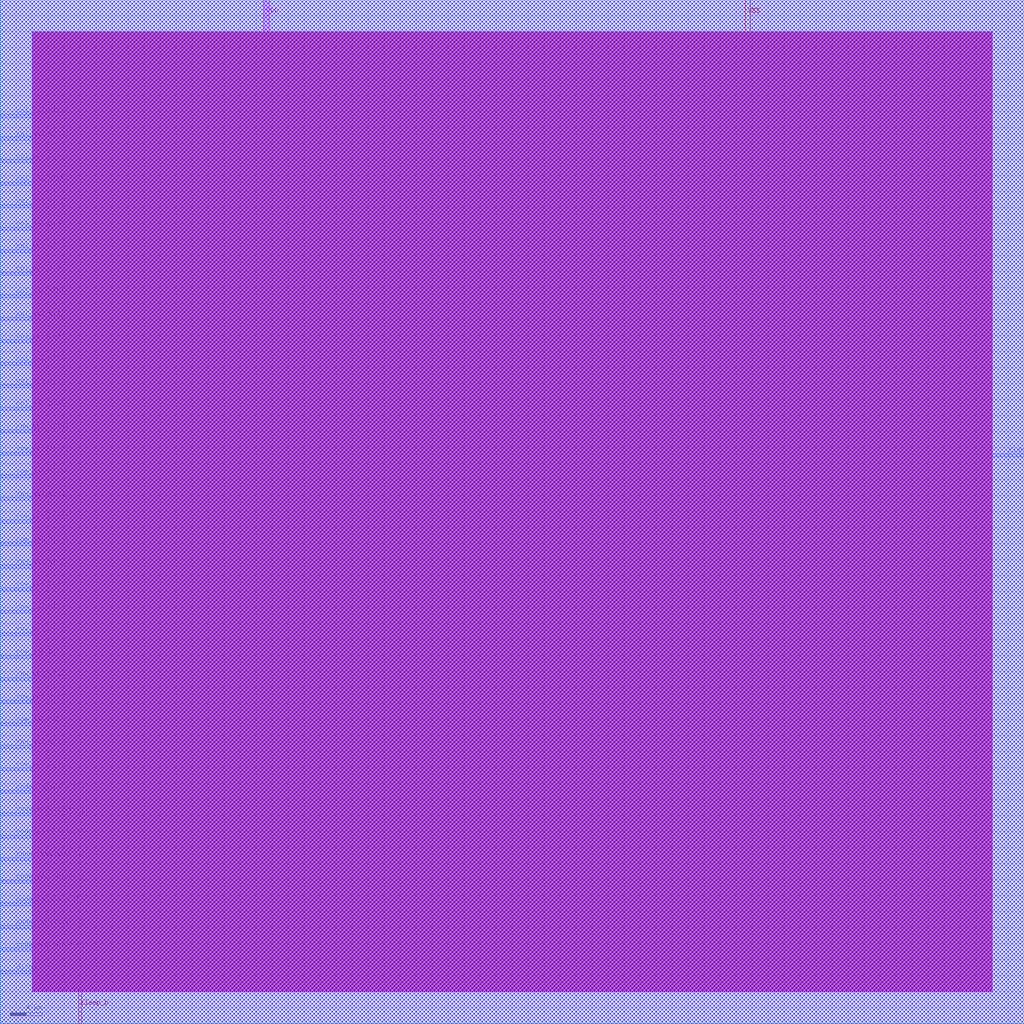
<source format=lef>
VERSION 5.6 ;
BUSBITCHARS "[]" ;
DIVIDERCHAR "/" ;

MACRO ExampleDCO
  CLASS BLOCK ;
  ORIGIN 0 0 ;
  FOREIGN ExampleDCO 0 0 ;
  SIZE 128.0 BY 128.0 ;
  SYMMETRY X Y ;
  PIN VDD
    DIRECTION INOUT ;
    USE POWER ;
    PORT
      LAYER M7 ;
        RECT 32.96 124.0 33.6 128.0 ; 
    END
  END VDD
  PIN VSS
    DIRECTION INOUT ;
    USE GROUND ;
    PORT
      LAYER M5 ;
        RECT 93.12 124.0 93.76 128.0 ; 
    END
  END VSS
  PIN col_sel_b[13]
    DIRECTION INPUT ;
    USE SIGNAL ;
    PORT
      LAYER M4 ;
        RECT 0.0 113.28 4.0 113.664 ; 
    END
  END col_sel_b[13]
  PIN col_sel_b[11]
    DIRECTION INPUT ;
    USE SIGNAL ;
    PORT
      LAYER M4 ;
        RECT 0.0 107.648 4.0 108.032 ; 
    END
  END col_sel_b[11]
  PIN col_sel_b[5]
    DIRECTION INPUT ;
    USE SIGNAL ;
    PORT
      LAYER M4 ;
        RECT 0.0 90.752 4.0 91.136 ; 
    END
  END col_sel_b[5]
  PIN col_sel_b[12]
    DIRECTION INPUT ;
    USE SIGNAL ;
    PORT
      LAYER M4 ;
        RECT 0.0 110.464 4.0 110.848 ; 
    END
  END col_sel_b[12]
  PIN col_sel_b[10]
    DIRECTION INPUT ;
    USE SIGNAL ;
    PORT
      LAYER M4 ;
        RECT 0.0 104.832 4.0 105.216 ; 
    END
  END col_sel_b[10]
  PIN col_sel_b[9]
    DIRECTION INPUT ;
    USE SIGNAL ;
    PORT
      LAYER M4 ;
        RECT 0.0 102.016 4.0 102.4 ; 
    END
  END col_sel_b[9]
  PIN col_sel_b[8]
    DIRECTION INPUT ;
    USE SIGNAL ;
    PORT
      LAYER M4 ;
        RECT 0.0 99.2 4.0 99.584 ; 
    END
  END col_sel_b[8]
  PIN col_sel_b[7]
    DIRECTION INPUT ;
    USE SIGNAL ;
    PORT
      LAYER M4 ;
        RECT 0.0 96.384 4.0 96.768 ; 
    END
  END col_sel_b[7]
  PIN col_sel_b[6]
    DIRECTION INPUT ;
    USE SIGNAL ;
    PORT
      LAYER M4 ;
        RECT 0.0 93.568 4.0 93.952 ; 
    END
  END col_sel_b[6]
  PIN col_sel_b[4]
    DIRECTION INPUT ;
    USE SIGNAL ;
    PORT
      LAYER M4 ;
        RECT 0.0 87.936 4.0 88.32 ; 
    END
  END col_sel_b[4]
  PIN col_sel_b[3]
    DIRECTION INPUT ;
    USE SIGNAL ;
    PORT
      LAYER M4 ;
        RECT 0.0 85.12 4.0 85.504 ; 
    END
  END col_sel_b[3]
  PIN col_sel_b[2]
    DIRECTION INPUT ;
    USE SIGNAL ;
    PORT
      LAYER M4 ;
        RECT 0.0 82.304 4.0 82.688 ; 
    END
  END col_sel_b[2]
  PIN col_sel_b[1]
    DIRECTION INPUT ;
    USE SIGNAL ;
    PORT
      LAYER M4 ;
        RECT 0.0 79.488 4.0 79.872 ; 
    END
  END col_sel_b[1]
  PIN col_sel_b[0]
    DIRECTION INPUT ;
    USE SIGNAL ;
    PORT
      LAYER M4 ;
        RECT 0.0 76.672 4.0 77.056 ; 
    END
  END col_sel_b[0]
  PIN row_sel_b[14]
    DIRECTION INPUT ;
    USE SIGNAL ;
    PORT
      LAYER M4 ;
        RECT 0.0 71.04 4.0 71.424 ; 
    END
  END row_sel_b[14]
  PIN row_sel_b[13]
    DIRECTION INPUT ;
    USE SIGNAL ;
    PORT
      LAYER M4 ;
        RECT 0.0 68.224 4.0 68.608 ; 
    END
  END row_sel_b[13]
  PIN row_sel_b[12]
    DIRECTION INPUT ;
    USE SIGNAL ;
    PORT
      LAYER M4 ;
        RECT 0.0 65.408 4.0 65.792 ; 
    END
  END row_sel_b[12]
  PIN row_sel_b[11]
    DIRECTION INPUT ;
    USE SIGNAL ;
    PORT
      LAYER M4 ;
        RECT 0.0 62.592 4.0 62.976 ; 
    END
  END row_sel_b[11]
  PIN row_sel_b[10]
    DIRECTION INPUT ;
    USE SIGNAL ;
    PORT
      LAYER M4 ;
        RECT 0.0 59.776 4.0 60.16 ; 
    END
  END row_sel_b[10]
  PIN row_sel_b[9]
    DIRECTION INPUT ;
    USE SIGNAL ;
    PORT
      LAYER M4 ;
        RECT 0.0 56.96 4.0 57.344 ; 
    END
  END row_sel_b[9]
  PIN row_sel_b[8]
    DIRECTION INPUT ;
    USE SIGNAL ;
    PORT
      LAYER M4 ;
        RECT 0.0 54.144 4.0 54.528 ; 
    END
  END row_sel_b[8]
  PIN row_sel_b[7]
    DIRECTION INPUT ;
    USE SIGNAL ;
    PORT
      LAYER M4 ;
        RECT 0.0 51.328 4.0 51.712 ; 
    END
  END row_sel_b[7]
  PIN row_sel_b[6]
    DIRECTION INPUT ;
    USE SIGNAL ;
    PORT
      LAYER M4 ;
        RECT 0.0 48.512 4.0 48.896 ; 
    END
  END row_sel_b[6]
  PIN row_sel_b[5]
    DIRECTION INPUT ;
    USE SIGNAL ;
    PORT
      LAYER M4 ;
        RECT 0.0 45.696 4.0 46.08 ; 
    END
  END row_sel_b[5]
  PIN row_sel_b[4]
    DIRECTION INPUT ;
    USE SIGNAL ;
    PORT
      LAYER M4 ;
        RECT 0.0 42.88 4.0 43.264 ; 
    END
  END row_sel_b[4]
  PIN row_sel_b[3]
    DIRECTION INPUT ;
    USE SIGNAL ;
    PORT
      LAYER M4 ;
        RECT 0.0 40.064 4.0 40.448 ; 
    END
  END row_sel_b[3]
  PIN row_sel_b[2]
    DIRECTION INPUT ;
    USE SIGNAL ;
    PORT
      LAYER M4 ;
        RECT 0.0 37.248 4.0 37.632 ; 
    END
  END row_sel_b[2]
  PIN row_sel_b[1]
    DIRECTION INPUT ;
    USE SIGNAL ;
    PORT
      LAYER M4 ;
        RECT 0.0 34.432 4.0 34.816 ; 
    END
  END row_sel_b[1]
  PIN row_sel_b[0]
    DIRECTION INPUT ;
    USE SIGNAL ;
    PORT
      LAYER M4 ;
        RECT 0.0 31.616 4.0 32.0 ; 
    END
  END row_sel_b[0]
  PIN code_regulator[7]
    DIRECTION INPUT ;
    USE SIGNAL ;
    PORT
      LAYER M4 ;
        RECT 0.0 28.8 4.0 29.184 ; 
    END
  END code_regulator[7]
  PIN code_regulator[6]
    DIRECTION INPUT ;
    USE SIGNAL ;
    PORT
      LAYER M4 ;
        RECT 0.0 25.984 4.0 26.368 ; 
    END
  END code_regulator[6]
  PIN code_regulator[5]
    DIRECTION INPUT ;
    USE SIGNAL ;
    PORT
      LAYER M4 ;
        RECT 0.0 23.168 4.0 23.552 ; 
    END
  END code_regulator[5]
  PIN code_regulator[4]
    DIRECTION INPUT ;
    USE SIGNAL ;
    PORT
      LAYER M4 ;
        RECT 0.0 20.352 4.0 20.736 ; 
    END
  END code_regulator[4]
  PIN code_regulator[3]
    DIRECTION INPUT ;
    USE SIGNAL ;
    PORT
      LAYER M4 ;
        RECT 0.0 17.536 4.0 17.92 ; 
    END
  END code_regulator[3]
  PIN code_regulator[2]
    DIRECTION INPUT ;
    USE SIGNAL ;
    PORT
      LAYER M4 ;
        RECT 0.0 14.72 4.0 15.104 ; 
    END
  END code_regulator[2]
  PIN code_regulator[1]
    DIRECTION INPUT ;
    USE SIGNAL ;
    PORT
      LAYER M4 ;
        RECT 0.0 11.904 4.0 12.288 ; 
    END
  END code_regulator[1]
  PIN code_regulator[0]
    DIRECTION INPUT ;
    USE SIGNAL ;
    PORT
      LAYER M4 ;
        RECT 0.0 9.088 4.0 9.472 ; 
    END
  END code_regulator[0]
  PIN row_sel_b[15]
    DIRECTION INPUT ;
    USE SIGNAL ;
    PORT
      LAYER M4 ;
        RECT 0.0 73.856 4.0 74.24 ; 
    END
  END row_sel_b[15]
  PIN dither
    DIRECTION INPUT ;
    USE SIGNAL ;
    PORT
      LAYER M4 ;
        RECT 0.0 6.272 4.0 6.656 ; 
    END
  END dither
  PIN sleep_b
    DIRECTION INPUT ;
    USE SIGNAL ;
    PORT
      LAYER M5 ;
        RECT 9.792 0.0 10.176 4.0 ; 
    END
  END sleep_b
  PIN clock
    DIRECTION OUTPUT ;
    USE SIGNAL ;
    PORT
      LAYER M4 ;
        RECT 124.0 70.864 128.0 71.248 ; 
    END
  END clock
  OBS
    LAYER M1 ;
      RECT 4.0 4.0 124.0 124.0 ; 
    LAYER M2 ;
      RECT 4.0 4.0 124.0 124.0 ; 
    LAYER M3 ;
      RECT 4.0 4.0 124.0 124.0 ; 
    LAYER M4 ;
      RECT 4.0 4.0 124.0 124.0 ; 
    LAYER M5 ;
      RECT 4.0 4.0 124.0 124.0 ;
    LAYER M6 ;
      RECT 4.0 4.0 124.0 124.0 ; 
    LAYER M7 ;
      RECT 4.0 4.0 124.0 124.0 ; 
    LAYER M8 ;
      RECT 0.0 0.0 128.0 128.0 ; 
    LAYER M9 ;
      RECT 0.0 0.0 128.0 128.0 ; 
    LAYER Pad ;
      RECT 0.0 0.0 128.0 128.0 ; 
  END
END ExampleDCO

END LIBRARY

</source>
